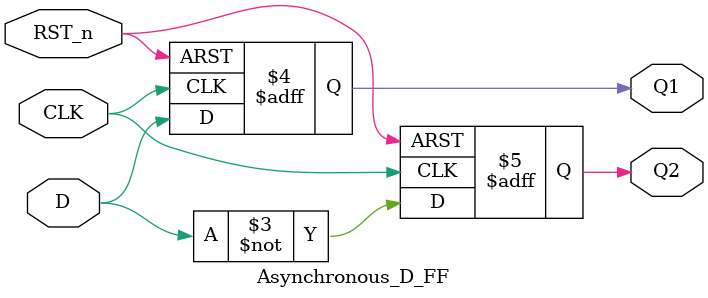
<source format=v>
`timescale 1ns / 1ps


module Asynchronous_D_FF(
    input CLK,
    input D,
    input RST_n,
    output reg Q1,
    output reg Q2
    );
    always @(posedge CLK or negedge RST_n)
        if(~RST_n)
        begin
            Q1<=1'b0;
            Q2<=1'b1;
        end
        else
        begin
            Q1<=D;
            Q2<=~D;
        end
endmodule

</source>
